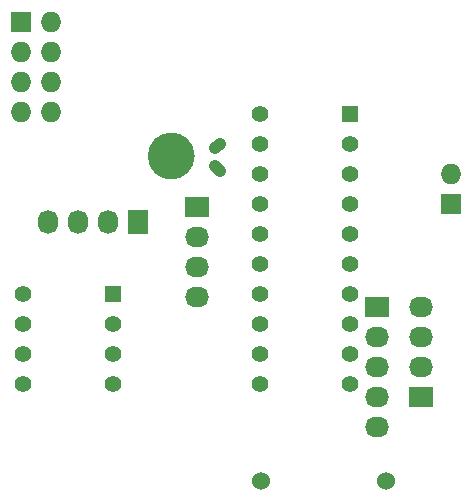
<source format=gbs>
G04 #@! TF.FileFunction,Soldermask,Bot*
%FSLAX46Y46*%
G04 Gerber Fmt 4.6, Leading zero omitted, Abs format (unit mm)*
G04 Created by KiCad (PCBNEW (after 2015-mar-04 BZR unknown)-product) date 22/04/2015 13:56:25*
%MOMM*%
G01*
G04 APERTURE LIST*
%ADD10C,0.100000*%
%ADD11C,2.000000*%
%ADD12C,1.524000*%
%ADD13R,1.727200X1.727200*%
%ADD14O,1.727200X1.727200*%
%ADD15R,2.032000X1.727200*%
%ADD16O,2.032000X1.727200*%
%ADD17R,1.727200X2.032000*%
%ADD18O,1.727200X2.032000*%
%ADD19R,1.397000X1.397000*%
%ADD20C,1.397000*%
%ADD21C,1.000760*%
G04 APERTURE END LIST*
D10*
D11*
X118680001Y-64986000D02*
G75*
G03X118680001Y-64986000I-976201J0D01*
G01*
D12*
X135864600Y-92506800D03*
X125274600Y-92506800D03*
D13*
X141414500Y-69011800D03*
D14*
X141414500Y-66471800D03*
D15*
X119888000Y-69265800D03*
D16*
X119888000Y-71805800D03*
X119888000Y-74345800D03*
X119888000Y-76885800D03*
D13*
X105029000Y-53644800D03*
D14*
X107569000Y-53644800D03*
X105029000Y-56184800D03*
X107569000Y-56184800D03*
X105029000Y-58724800D03*
X107569000Y-58724800D03*
X105029000Y-61264800D03*
X107569000Y-61264800D03*
D17*
X114935000Y-70535800D03*
D18*
X112395000Y-70535800D03*
X109855000Y-70535800D03*
X107315000Y-70535800D03*
D19*
X112776000Y-76631800D03*
D20*
X112776000Y-79171800D03*
X112776000Y-81711800D03*
X112776000Y-84251800D03*
X105156000Y-84251800D03*
X105156000Y-81711800D03*
X105156000Y-79171800D03*
X105156000Y-76631800D03*
D21*
X121800845Y-63949355D02*
X121447023Y-64303177D01*
X121447023Y-65871823D02*
X121800845Y-66225645D01*
D19*
X132842000Y-61391800D03*
D20*
X132842000Y-63931800D03*
X132842000Y-66471800D03*
X132842000Y-69011800D03*
X132842000Y-71551800D03*
X132842000Y-74091800D03*
X132842000Y-76631800D03*
X132842000Y-79171800D03*
X132842000Y-81711800D03*
X132842000Y-84251800D03*
X125222000Y-84251800D03*
X125222000Y-81711800D03*
X125222000Y-79171800D03*
X125222000Y-76631800D03*
X125222000Y-74091800D03*
X125222000Y-71551800D03*
X125222000Y-69011800D03*
X125222000Y-66471800D03*
X125222000Y-63931800D03*
X125222000Y-61391800D03*
D15*
X135089900Y-77787500D03*
D16*
X135089900Y-80327500D03*
X135089900Y-82867500D03*
X135089900Y-85407500D03*
X135089900Y-87947500D03*
D15*
X138861800Y-85407500D03*
D16*
X138861800Y-82867500D03*
X138861800Y-80327500D03*
X138861800Y-77787500D03*
M02*

</source>
